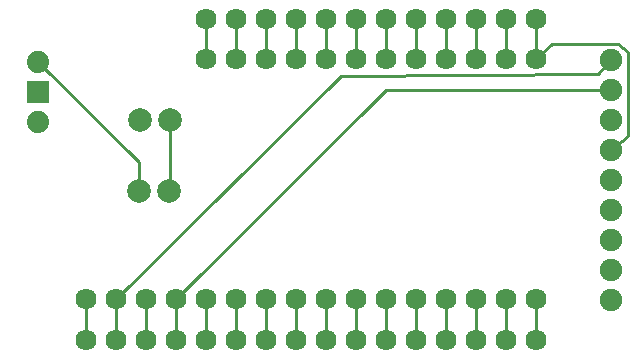
<source format=gbl>
G04 Layer: BottomLayer*
G04 EasyEDA v6.4.29, 2022-01-17 15:18:18*
G04 f717e2ddec04441081c87138b9a9d0f6,57a4a698a74a44ef878f5d1479004e60,10*
G04 Gerber Generator version 0.2*
G04 Scale: 100 percent, Rotated: No, Reflected: No *
G04 Dimensions in inches *
G04 leading zeros omitted , absolute positions ,3 integer and 6 decimal *
%FSLAX36Y36*%
%MOIN*%

%ADD10C,0.0100*%
%ADD11C,0.0705*%
%ADD12C,0.0787*%
%ADD14C,0.0740*%
%ADD15C,0.0750*%

%LPD*%
D10*
X2019989Y597699D02*
G01*
X2075000Y645000D01*
X2075000Y925000D01*
X2043819Y952159D01*
X1822160Y952159D01*
X1770000Y900000D01*
X2019989Y897699D02*
G01*
X1975000Y850000D01*
X1120000Y845000D01*
X370000Y100000D01*
X570000Y100000D02*
G01*
X570000Y-35000D01*
X270000Y100000D02*
G01*
X270000Y-35000D01*
X110000Y891350D02*
G01*
X445000Y556350D01*
X445000Y460000D01*
X570000Y100000D02*
G01*
X1267700Y797699D01*
X2019989Y797699D01*
X545000Y460000D02*
G01*
X547500Y462500D01*
X547500Y699180D01*
X1770000Y100000D02*
G01*
X1770000Y-35000D01*
X1670000Y100000D02*
G01*
X1670000Y-35000D01*
X1570000Y100000D02*
G01*
X1570000Y-35000D01*
X1470000Y100000D02*
G01*
X1470000Y-35000D01*
X1370000Y100000D02*
G01*
X1370000Y-35000D01*
X1270000Y100000D02*
G01*
X1270000Y-35000D01*
X1170000Y100000D02*
G01*
X1170000Y-35000D01*
X1070000Y100000D02*
G01*
X1070000Y-35000D01*
X970000Y100000D02*
G01*
X970000Y-35000D01*
X870000Y100000D02*
G01*
X870000Y-35000D01*
X770000Y100000D02*
G01*
X770000Y-35000D01*
X670000Y100000D02*
G01*
X670000Y-35000D01*
X470000Y100000D02*
G01*
X470000Y-35000D01*
X370000Y100000D02*
G01*
X370000Y-35000D01*
X1770000Y900000D02*
G01*
X1770000Y1035000D01*
X1670000Y900000D02*
G01*
X1670000Y1035000D01*
X1570000Y900000D02*
G01*
X1570000Y1035000D01*
X1470000Y900000D02*
G01*
X1470000Y1035000D01*
X1370000Y900000D02*
G01*
X1370000Y1035000D01*
X1270000Y900000D02*
G01*
X1270000Y1035000D01*
X1170000Y900000D02*
G01*
X1170000Y1035000D01*
X1070000Y900000D02*
G01*
X1070000Y1035000D01*
X970000Y900000D02*
G01*
X970000Y1035000D01*
X870000Y900000D02*
G01*
X870000Y1035000D01*
X770000Y900000D02*
G01*
X770000Y1035000D01*
X670000Y900000D02*
G01*
X670000Y1035000D01*
D11*
G01*
X670000Y900000D03*
G01*
X770000Y900000D03*
G01*
X870000Y900000D03*
G01*
X970000Y900000D03*
G01*
X1070000Y900000D03*
G01*
X1170000Y900000D03*
G01*
X1270000Y900000D03*
G01*
X1370000Y900000D03*
G01*
X1470000Y900000D03*
G01*
X1570000Y900000D03*
G01*
X1670000Y900000D03*
G01*
X1770000Y900000D03*
G01*
X1770000Y100000D03*
G01*
X1670000Y100000D03*
G01*
X1570000Y100000D03*
G01*
X1470000Y100000D03*
G01*
X1370000Y100000D03*
G01*
X1270000Y100000D03*
G01*
X1170000Y100000D03*
G01*
X1070000Y100000D03*
G01*
X970000Y100000D03*
G01*
X870000Y100000D03*
G01*
X770000Y100000D03*
G01*
X670000Y100000D03*
G01*
X570000Y100000D03*
G01*
X470000Y100000D03*
G01*
X370000Y100000D03*
G01*
X270000Y100000D03*
D12*
G01*
X545000Y460000D03*
G01*
X445000Y460000D03*
G36*
X146999Y828350D02*
G01*
X73000Y828350D01*
X73000Y754349D01*
X146999Y754349D01*
G37*
D14*
G01*
X110000Y891350D03*
G01*
X110000Y691350D03*
D11*
G01*
X670000Y1035000D03*
G01*
X770000Y1035000D03*
G01*
X870000Y1035000D03*
G01*
X970000Y1035000D03*
G01*
X1070000Y1035000D03*
G01*
X1170000Y1035000D03*
G01*
X1270000Y1035000D03*
G01*
X1370000Y1035000D03*
G01*
X1470000Y1035000D03*
G01*
X1570000Y1035000D03*
G01*
X1670000Y1035000D03*
G01*
X1770000Y1035000D03*
G01*
X270000Y-35000D03*
G01*
X370000Y-35000D03*
G01*
X470000Y-35000D03*
G01*
X570000Y-35000D03*
G01*
X670000Y-35000D03*
G01*
X770000Y-35000D03*
G01*
X870000Y-35000D03*
G01*
X970000Y-35000D03*
G01*
X1070000Y-35000D03*
G01*
X1170000Y-35000D03*
G01*
X1270000Y-35000D03*
G01*
X1370000Y-35000D03*
G01*
X1470000Y-35000D03*
G01*
X1570000Y-35000D03*
G01*
X1670000Y-35000D03*
G01*
X1770000Y-35000D03*
D12*
G01*
X547500Y699184D03*
G01*
X447500Y699184D03*
D15*
G01*
X2019993Y97696D03*
G01*
X2019993Y197696D03*
G01*
X2019993Y297696D03*
G01*
X2019993Y397696D03*
G01*
X2019993Y497696D03*
G01*
X2019993Y597696D03*
G01*
X2019993Y697696D03*
G01*
X2019993Y797696D03*
G01*
X2019993Y897696D03*
M02*

</source>
